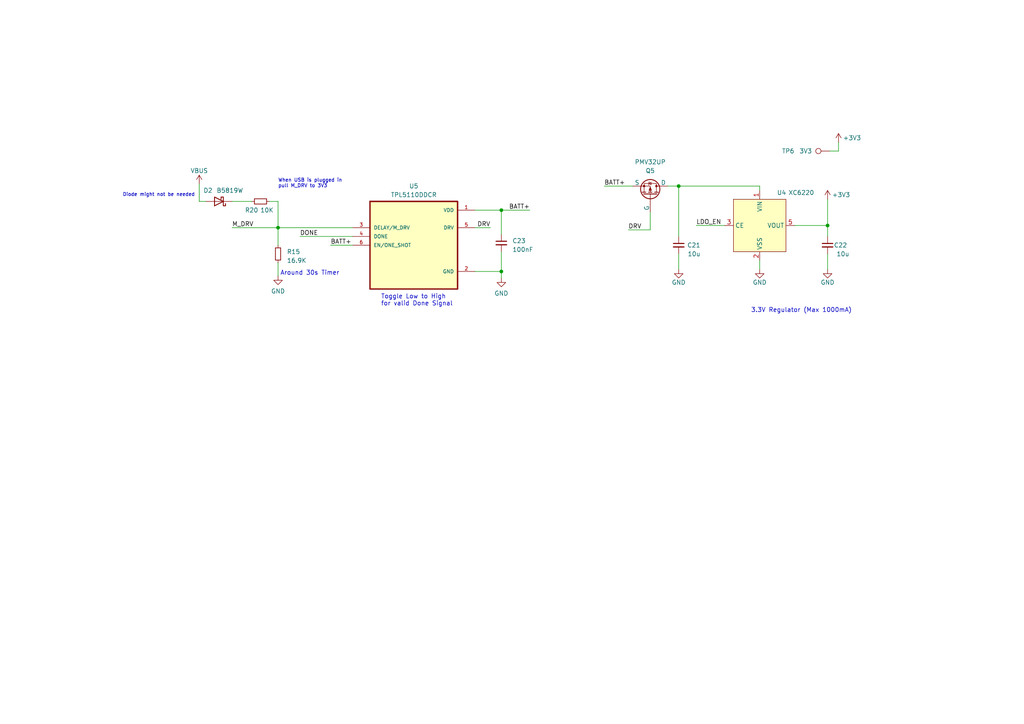
<source format=kicad_sch>
(kicad_sch (version 20230121) (generator eeschema)

  (uuid aeefe7f9-3137-4c86-87ab-dde28f417ced)

  (paper "A4")

  (lib_symbols
    (symbol "Connector:TestPoint" (pin_numbers hide) (pin_names (offset 0.762) hide) (in_bom yes) (on_board yes)
      (property "Reference" "TP" (at 0 6.858 0)
        (effects (font (size 1.27 1.27)))
      )
      (property "Value" "TestPoint" (at 0 5.08 0)
        (effects (font (size 1.27 1.27)))
      )
      (property "Footprint" "" (at 5.08 0 0)
        (effects (font (size 1.27 1.27)) hide)
      )
      (property "Datasheet" "~" (at 5.08 0 0)
        (effects (font (size 1.27 1.27)) hide)
      )
      (property "ki_keywords" "test point tp" (at 0 0 0)
        (effects (font (size 1.27 1.27)) hide)
      )
      (property "ki_description" "test point" (at 0 0 0)
        (effects (font (size 1.27 1.27)) hide)
      )
      (property "ki_fp_filters" "Pin* Test*" (at 0 0 0)
        (effects (font (size 1.27 1.27)) hide)
      )
      (symbol "TestPoint_0_1"
        (circle (center 0 3.302) (radius 0.762)
          (stroke (width 0) (type default))
          (fill (type none))
        )
      )
      (symbol "TestPoint_1_1"
        (pin passive line (at 0 0 90) (length 2.54)
          (name "1" (effects (font (size 1.27 1.27))))
          (number "1" (effects (font (size 1.27 1.27))))
        )
      )
    )
    (symbol "Device:C_Small" (pin_numbers hide) (pin_names (offset 0.254) hide) (in_bom yes) (on_board yes)
      (property "Reference" "C" (at 0.254 1.778 0)
        (effects (font (size 1.27 1.27)) (justify left))
      )
      (property "Value" "C_Small" (at 0.254 -2.032 0)
        (effects (font (size 1.27 1.27)) (justify left))
      )
      (property "Footprint" "" (at 0 0 0)
        (effects (font (size 1.27 1.27)) hide)
      )
      (property "Datasheet" "~" (at 0 0 0)
        (effects (font (size 1.27 1.27)) hide)
      )
      (property "ki_keywords" "capacitor cap" (at 0 0 0)
        (effects (font (size 1.27 1.27)) hide)
      )
      (property "ki_description" "Unpolarized capacitor, small symbol" (at 0 0 0)
        (effects (font (size 1.27 1.27)) hide)
      )
      (property "ki_fp_filters" "C_*" (at 0 0 0)
        (effects (font (size 1.27 1.27)) hide)
      )
      (symbol "C_Small_0_1"
        (polyline
          (pts
            (xy -1.524 -0.508)
            (xy 1.524 -0.508)
          )
          (stroke (width 0.3302) (type default))
          (fill (type none))
        )
        (polyline
          (pts
            (xy -1.524 0.508)
            (xy 1.524 0.508)
          )
          (stroke (width 0.3048) (type default))
          (fill (type none))
        )
      )
      (symbol "C_Small_1_1"
        (pin passive line (at 0 2.54 270) (length 2.032)
          (name "~" (effects (font (size 1.27 1.27))))
          (number "1" (effects (font (size 1.27 1.27))))
        )
        (pin passive line (at 0 -2.54 90) (length 2.032)
          (name "~" (effects (font (size 1.27 1.27))))
          (number "2" (effects (font (size 1.27 1.27))))
        )
      )
    )
    (symbol "Device:R_Small" (pin_numbers hide) (pin_names (offset 0.254) hide) (in_bom yes) (on_board yes)
      (property "Reference" "R" (at 0.762 0.508 0)
        (effects (font (size 1.27 1.27)) (justify left))
      )
      (property "Value" "R_Small" (at 0.762 -1.016 0)
        (effects (font (size 1.27 1.27)) (justify left))
      )
      (property "Footprint" "" (at 0 0 0)
        (effects (font (size 1.27 1.27)) hide)
      )
      (property "Datasheet" "~" (at 0 0 0)
        (effects (font (size 1.27 1.27)) hide)
      )
      (property "ki_keywords" "R resistor" (at 0 0 0)
        (effects (font (size 1.27 1.27)) hide)
      )
      (property "ki_description" "Resistor, small symbol" (at 0 0 0)
        (effects (font (size 1.27 1.27)) hide)
      )
      (property "ki_fp_filters" "R_*" (at 0 0 0)
        (effects (font (size 1.27 1.27)) hide)
      )
      (symbol "R_Small_0_1"
        (rectangle (start -0.762 1.778) (end 0.762 -1.778)
          (stroke (width 0.2032) (type default))
          (fill (type none))
        )
      )
      (symbol "R_Small_1_1"
        (pin passive line (at 0 2.54 270) (length 0.762)
          (name "~" (effects (font (size 1.27 1.27))))
          (number "1" (effects (font (size 1.27 1.27))))
        )
        (pin passive line (at 0 -2.54 90) (length 0.762)
          (name "~" (effects (font (size 1.27 1.27))))
          (number "2" (effects (font (size 1.27 1.27))))
        )
      )
    )
    (symbol "Diode:MBR0540" (pin_numbers hide) (pin_names (offset 1.016) hide) (in_bom yes) (on_board yes)
      (property "Reference" "D" (at 0 2.54 0)
        (effects (font (size 1.27 1.27)))
      )
      (property "Value" "MBR0540" (at 0 -2.54 0)
        (effects (font (size 1.27 1.27)))
      )
      (property "Footprint" "Diode_SMD:D_SOD-123" (at 0 -4.445 0)
        (effects (font (size 1.27 1.27)) hide)
      )
      (property "Datasheet" "http://www.mccsemi.com/up_pdf/MBR0520~MBR0580(SOD123).pdf" (at 0 0 0)
        (effects (font (size 1.27 1.27)) hide)
      )
      (property "ki_keywords" "diode Schottky" (at 0 0 0)
        (effects (font (size 1.27 1.27)) hide)
      )
      (property "ki_description" "40V 0.5A Schottky Power Rectifier Diode, SOD-123" (at 0 0 0)
        (effects (font (size 1.27 1.27)) hide)
      )
      (property "ki_fp_filters" "D*SOD?123*" (at 0 0 0)
        (effects (font (size 1.27 1.27)) hide)
      )
      (symbol "MBR0540_0_1"
        (polyline
          (pts
            (xy 1.27 0)
            (xy -1.27 0)
          )
          (stroke (width 0) (type default))
          (fill (type none))
        )
        (polyline
          (pts
            (xy 1.27 1.27)
            (xy 1.27 -1.27)
            (xy -1.27 0)
            (xy 1.27 1.27)
          )
          (stroke (width 0.254) (type default))
          (fill (type none))
        )
        (polyline
          (pts
            (xy -1.905 0.635)
            (xy -1.905 1.27)
            (xy -1.27 1.27)
            (xy -1.27 -1.27)
            (xy -0.635 -1.27)
            (xy -0.635 -0.635)
          )
          (stroke (width 0.254) (type default))
          (fill (type none))
        )
      )
      (symbol "MBR0540_1_1"
        (pin passive line (at -3.81 0 0) (length 2.54)
          (name "K" (effects (font (size 1.27 1.27))))
          (number "1" (effects (font (size 1.27 1.27))))
        )
        (pin passive line (at 3.81 0 180) (length 2.54)
          (name "A" (effects (font (size 1.27 1.27))))
          (number "2" (effects (font (size 1.27 1.27))))
        )
      )
    )
    (symbol "Simulation_SPICE:PMOS" (pin_numbers hide) (pin_names (offset 0)) (in_bom yes) (on_board yes)
      (property "Reference" "Q" (at 5.08 1.27 0)
        (effects (font (size 1.27 1.27)) (justify left))
      )
      (property "Value" "PMOS" (at 5.08 -1.27 0)
        (effects (font (size 1.27 1.27)) (justify left))
      )
      (property "Footprint" "" (at 5.08 2.54 0)
        (effects (font (size 1.27 1.27)) hide)
      )
      (property "Datasheet" "https://ngspice.sourceforge.io/docs/ngspice-manual.pdf" (at 0 -12.7 0)
        (effects (font (size 1.27 1.27)) hide)
      )
      (property "Sim.Device" "PMOS" (at 0 -17.145 0)
        (effects (font (size 1.27 1.27)) hide)
      )
      (property "Sim.Type" "VDMOS" (at 0 -19.05 0)
        (effects (font (size 1.27 1.27)) hide)
      )
      (property "Sim.Pins" "1=D 2=G 3=S" (at 0 -15.24 0)
        (effects (font (size 1.27 1.27)) hide)
      )
      (property "ki_keywords" "transistor PMOS P-MOS P-MOSFET simulation" (at 0 0 0)
        (effects (font (size 1.27 1.27)) hide)
      )
      (property "ki_description" "P-MOSFET transistor, drain/source/gate" (at 0 0 0)
        (effects (font (size 1.27 1.27)) hide)
      )
      (symbol "PMOS_0_1"
        (polyline
          (pts
            (xy 0.254 0)
            (xy -2.54 0)
          )
          (stroke (width 0) (type default))
          (fill (type none))
        )
        (polyline
          (pts
            (xy 0.254 1.905)
            (xy 0.254 -1.905)
          )
          (stroke (width 0.254) (type default))
          (fill (type none))
        )
        (polyline
          (pts
            (xy 0.762 -1.27)
            (xy 0.762 -2.286)
          )
          (stroke (width 0.254) (type default))
          (fill (type none))
        )
        (polyline
          (pts
            (xy 0.762 0.508)
            (xy 0.762 -0.508)
          )
          (stroke (width 0.254) (type default))
          (fill (type none))
        )
        (polyline
          (pts
            (xy 0.762 2.286)
            (xy 0.762 1.27)
          )
          (stroke (width 0.254) (type default))
          (fill (type none))
        )
        (polyline
          (pts
            (xy 2.54 2.54)
            (xy 2.54 1.778)
          )
          (stroke (width 0) (type default))
          (fill (type none))
        )
        (polyline
          (pts
            (xy 2.54 -2.54)
            (xy 2.54 0)
            (xy 0.762 0)
          )
          (stroke (width 0) (type default))
          (fill (type none))
        )
        (polyline
          (pts
            (xy 0.762 1.778)
            (xy 3.302 1.778)
            (xy 3.302 -1.778)
            (xy 0.762 -1.778)
          )
          (stroke (width 0) (type default))
          (fill (type none))
        )
        (polyline
          (pts
            (xy 2.286 0)
            (xy 1.27 0.381)
            (xy 1.27 -0.381)
            (xy 2.286 0)
          )
          (stroke (width 0) (type default))
          (fill (type outline))
        )
        (polyline
          (pts
            (xy 2.794 -0.508)
            (xy 2.921 -0.381)
            (xy 3.683 -0.381)
            (xy 3.81 -0.254)
          )
          (stroke (width 0) (type default))
          (fill (type none))
        )
        (polyline
          (pts
            (xy 3.302 -0.381)
            (xy 2.921 0.254)
            (xy 3.683 0.254)
            (xy 3.302 -0.381)
          )
          (stroke (width 0) (type default))
          (fill (type none))
        )
        (circle (center 1.651 0) (radius 2.794)
          (stroke (width 0.254) (type default))
          (fill (type none))
        )
        (circle (center 2.54 -1.778) (radius 0.254)
          (stroke (width 0) (type default))
          (fill (type outline))
        )
        (circle (center 2.54 1.778) (radius 0.254)
          (stroke (width 0) (type default))
          (fill (type outline))
        )
      )
      (symbol "PMOS_1_1"
        (pin passive line (at 2.54 5.08 270) (length 2.54)
          (name "D" (effects (font (size 1.27 1.27))))
          (number "1" (effects (font (size 1.27 1.27))))
        )
        (pin input line (at -5.08 0 0) (length 2.54)
          (name "G" (effects (font (size 1.27 1.27))))
          (number "2" (effects (font (size 1.27 1.27))))
        )
        (pin passive line (at 2.54 -5.08 90) (length 2.54)
          (name "S" (effects (font (size 1.27 1.27))))
          (number "3" (effects (font (size 1.27 1.27))))
        )
      )
    )
    (symbol "Teapot:XC6220" (in_bom yes) (on_board yes)
      (property "Reference" "U" (at 7.62 1.27 0)
        (effects (font (size 1.27 1.27)))
      )
      (property "Value" "XC6220" (at -8.89 1.27 0)
        (effects (font (size 1.27 1.27)))
      )
      (property "Footprint" "Package_TO_SOT_SMD:SOT-23-5_HandSoldering" (at 0 -29.21 0)
        (effects (font (size 1.27 1.27)) hide)
      )
      (property "Datasheet" "https://www.torexsemi.com/file/xc6220/XC6220.pdf" (at 0 -31.75 0)
        (effects (font (size 1.27 1.27)) hide)
      )
      (property "ki_description" "1A LDO Voltage Regulator with “Green Operation\"" (at 0 0 0)
        (effects (font (size 1.27 1.27)) hide)
      )
      (symbol "XC6220_0_1"
        (rectangle (start -7.62 0) (end 7.62 -15.24)
          (stroke (width 0) (type default))
          (fill (type background))
        )
      )
      (symbol "XC6220_1_1"
        (pin power_in line (at 0 2.54 270) (length 2.54)
          (name "VIN" (effects (font (size 1.27 1.27))))
          (number "1" (effects (font (size 1.27 1.27))))
        )
        (pin power_in line (at 0 -17.78 90) (length 2.54)
          (name "VSS" (effects (font (size 1.27 1.27))))
          (number "2" (effects (font (size 1.27 1.27))))
        )
        (pin input line (at -10.16 -7.62 0) (length 2.54)
          (name "CE" (effects (font (size 1.27 1.27))))
          (number "3" (effects (font (size 1.27 1.27))))
        )
        (pin power_out line (at 10.16 -7.62 180) (length 2.54)
          (name "VOUT" (effects (font (size 1.27 1.27))))
          (number "5" (effects (font (size 1.27 1.27))))
        )
      )
    )
    (symbol "cwlr1a:TPL5110DDCR" (pin_names (offset 1.016)) (in_bom yes) (on_board yes)
      (property "Reference" "U" (at -12.7 13.7 0)
        (effects (font (size 1.27 1.27)) (justify left bottom))
      )
      (property "Value" "TPL5110DDCR" (at -12.7 -16.7 0)
        (effects (font (size 1.27 1.27)) (justify left bottom))
      )
      (property "Footprint" "SOT95P280X110-6N" (at 0 0 0)
        (effects (font (size 1.27 1.27)) (justify bottom) hide)
      )
      (property "Datasheet" "" (at 0 0 0)
        (effects (font (size 1.27 1.27)) hide)
      )
      (symbol "TPL5110DDCR_0_0"
        (rectangle (start -12.7 -12.7) (end 12.7 12.7)
          (stroke (width 0.41) (type default))
          (fill (type background))
        )
        (pin power_in line (at 17.78 10.16 180) (length 5.08)
          (name "VDD" (effects (font (size 1.016 1.016))))
          (number "1" (effects (font (size 1.016 1.016))))
        )
        (pin power_in line (at 17.78 -7.62 180) (length 5.08)
          (name "GND" (effects (font (size 1.016 1.016))))
          (number "2" (effects (font (size 1.016 1.016))))
        )
        (pin input line (at -17.78 5.08 0) (length 5.08)
          (name "DELAY/M_DRV" (effects (font (size 1.016 1.016))))
          (number "3" (effects (font (size 1.016 1.016))))
        )
        (pin input line (at -17.78 2.54 0) (length 5.08)
          (name "DONE" (effects (font (size 1.016 1.016))))
          (number "4" (effects (font (size 1.016 1.016))))
        )
        (pin output line (at 17.78 5.08 180) (length 5.08)
          (name "DRV" (effects (font (size 1.016 1.016))))
          (number "5" (effects (font (size 1.016 1.016))))
        )
        (pin input line (at -17.78 0 0) (length 5.08)
          (name "EN/ONE_SHOT" (effects (font (size 1.016 1.016))))
          (number "6" (effects (font (size 1.016 1.016))))
        )
      )
    )
    (symbol "power:+3V3" (power) (pin_names (offset 0)) (in_bom yes) (on_board yes)
      (property "Reference" "#PWR" (at 0 -3.81 0)
        (effects (font (size 1.27 1.27)) hide)
      )
      (property "Value" "+3V3" (at 0 3.556 0)
        (effects (font (size 1.27 1.27)))
      )
      (property "Footprint" "" (at 0 0 0)
        (effects (font (size 1.27 1.27)) hide)
      )
      (property "Datasheet" "" (at 0 0 0)
        (effects (font (size 1.27 1.27)) hide)
      )
      (property "ki_keywords" "power-flag" (at 0 0 0)
        (effects (font (size 1.27 1.27)) hide)
      )
      (property "ki_description" "Power symbol creates a global label with name \"+3V3\"" (at 0 0 0)
        (effects (font (size 1.27 1.27)) hide)
      )
      (symbol "+3V3_0_1"
        (polyline
          (pts
            (xy -0.762 1.27)
            (xy 0 2.54)
          )
          (stroke (width 0) (type default))
          (fill (type none))
        )
        (polyline
          (pts
            (xy 0 0)
            (xy 0 2.54)
          )
          (stroke (width 0) (type default))
          (fill (type none))
        )
        (polyline
          (pts
            (xy 0 2.54)
            (xy 0.762 1.27)
          )
          (stroke (width 0) (type default))
          (fill (type none))
        )
      )
      (symbol "+3V3_1_1"
        (pin power_in line (at 0 0 90) (length 0) hide
          (name "+3V3" (effects (font (size 1.27 1.27))))
          (number "1" (effects (font (size 1.27 1.27))))
        )
      )
    )
    (symbol "power:GND" (power) (pin_names (offset 0)) (in_bom yes) (on_board yes)
      (property "Reference" "#PWR" (at 0 -6.35 0)
        (effects (font (size 1.27 1.27)) hide)
      )
      (property "Value" "GND" (at 0 -3.81 0)
        (effects (font (size 1.27 1.27)))
      )
      (property "Footprint" "" (at 0 0 0)
        (effects (font (size 1.27 1.27)) hide)
      )
      (property "Datasheet" "" (at 0 0 0)
        (effects (font (size 1.27 1.27)) hide)
      )
      (property "ki_keywords" "power-flag" (at 0 0 0)
        (effects (font (size 1.27 1.27)) hide)
      )
      (property "ki_description" "Power symbol creates a global label with name \"GND\" , ground" (at 0 0 0)
        (effects (font (size 1.27 1.27)) hide)
      )
      (symbol "GND_0_1"
        (polyline
          (pts
            (xy 0 0)
            (xy 0 -1.27)
            (xy 1.27 -1.27)
            (xy 0 -2.54)
            (xy -1.27 -1.27)
            (xy 0 -1.27)
          )
          (stroke (width 0) (type default))
          (fill (type none))
        )
      )
      (symbol "GND_1_1"
        (pin power_in line (at 0 0 270) (length 0) hide
          (name "GND" (effects (font (size 1.27 1.27))))
          (number "1" (effects (font (size 1.27 1.27))))
        )
      )
    )
    (symbol "power:VBUS" (power) (pin_names (offset 0)) (in_bom yes) (on_board yes)
      (property "Reference" "#PWR" (at 0 -3.81 0)
        (effects (font (size 1.27 1.27)) hide)
      )
      (property "Value" "VBUS" (at 0 3.81 0)
        (effects (font (size 1.27 1.27)))
      )
      (property "Footprint" "" (at 0 0 0)
        (effects (font (size 1.27 1.27)) hide)
      )
      (property "Datasheet" "" (at 0 0 0)
        (effects (font (size 1.27 1.27)) hide)
      )
      (property "ki_keywords" "power-flag" (at 0 0 0)
        (effects (font (size 1.27 1.27)) hide)
      )
      (property "ki_description" "Power symbol creates a global label with name \"VBUS\"" (at 0 0 0)
        (effects (font (size 1.27 1.27)) hide)
      )
      (symbol "VBUS_0_1"
        (polyline
          (pts
            (xy -0.762 1.27)
            (xy 0 2.54)
          )
          (stroke (width 0) (type default))
          (fill (type none))
        )
        (polyline
          (pts
            (xy 0 0)
            (xy 0 2.54)
          )
          (stroke (width 0) (type default))
          (fill (type none))
        )
        (polyline
          (pts
            (xy 0 2.54)
            (xy 0.762 1.27)
          )
          (stroke (width 0) (type default))
          (fill (type none))
        )
      )
      (symbol "VBUS_1_1"
        (pin power_in line (at 0 0 90) (length 0) hide
          (name "VBUS" (effects (font (size 1.27 1.27))))
          (number "1" (effects (font (size 1.27 1.27))))
        )
      )
    )
  )

  (junction (at 196.85 53.975) (diameter 0) (color 0 0 0 0)
    (uuid 2754c9c2-bf8d-4321-a25d-b4414b717675)
  )
  (junction (at 80.645 66.04) (diameter 0) (color 0 0 0 0)
    (uuid 5c119d4b-9934-4615-a2f2-9a5c21448790)
  )
  (junction (at 145.415 78.74) (diameter 0) (color 0 0 0 0)
    (uuid c4d6d2ff-c459-48b4-aae7-63d7d9db4936)
  )
  (junction (at 240.03 65.405) (diameter 0) (color 0 0 0 0)
    (uuid cd96094d-ec27-441b-858f-2f2af605bf6a)
  )
  (junction (at 145.415 60.96) (diameter 0) (color 0 0 0 0)
    (uuid f6030f67-8848-4076-8f26-d9a5d1ee0bac)
  )

  (wire (pts (xy 80.645 58.42) (xy 80.645 66.04))
    (stroke (width 0) (type default))
    (uuid 029c9e22-2776-4e0e-8eb5-788ed682f682)
  )
  (wire (pts (xy 240.03 65.405) (xy 240.03 68.58))
    (stroke (width 0) (type default))
    (uuid 05987739-318d-4b44-b918-177f5c62fc07)
  )
  (wire (pts (xy 196.85 53.975) (xy 220.345 53.975))
    (stroke (width 0) (type default))
    (uuid 09229be4-25ef-42bd-b94e-0a94aafab135)
  )
  (wire (pts (xy 145.415 60.96) (xy 145.415 67.945))
    (stroke (width 0) (type default))
    (uuid 0aff5c18-0a67-4040-adff-c58c0b49035f)
  )
  (wire (pts (xy 78.105 58.42) (xy 80.645 58.42))
    (stroke (width 0) (type default))
    (uuid 0ebb1bbd-3e73-4458-b39b-d55e2a1a4631)
  )
  (wire (pts (xy 196.85 53.975) (xy 196.85 68.58))
    (stroke (width 0) (type default))
    (uuid 27009c4e-a8dc-4910-aa70-0d4737a60518)
  )
  (wire (pts (xy 145.415 78.74) (xy 145.415 80.645))
    (stroke (width 0) (type default))
    (uuid 2b2f2c11-e1b1-4fd1-9af2-9ccfad57fbda)
  )
  (wire (pts (xy 240.03 73.66) (xy 240.03 78.105))
    (stroke (width 0) (type default))
    (uuid 30014a95-2eba-496c-b218-6f4f57fbd58f)
  )
  (wire (pts (xy 95.885 71.12) (xy 102.235 71.12))
    (stroke (width 0) (type default))
    (uuid 343a112f-28c9-498e-ade0-3522d7a8ef4f)
  )
  (wire (pts (xy 188.595 61.595) (xy 188.595 66.675))
    (stroke (width 0) (type default))
    (uuid 3a748867-7715-4d5f-b051-3837283becd4)
  )
  (wire (pts (xy 243.205 43.815) (xy 243.205 41.275))
    (stroke (width 0) (type default))
    (uuid 3e50a8e9-e444-4cd1-9111-eeb0d95d2bc0)
  )
  (wire (pts (xy 59.69 58.42) (xy 57.785 58.42))
    (stroke (width 0) (type default))
    (uuid 4b022a1c-e39b-418d-b0a3-8d4214bb6ada)
  )
  (wire (pts (xy 67.31 58.42) (xy 73.025 58.42))
    (stroke (width 0) (type default))
    (uuid 676635c0-960a-443c-b89d-c8f35b414ceb)
  )
  (wire (pts (xy 193.675 53.975) (xy 196.85 53.975))
    (stroke (width 0) (type default))
    (uuid 745a74f8-1f47-4ea0-a09a-6e4e05115bb5)
  )
  (wire (pts (xy 153.67 60.96) (xy 145.415 60.96))
    (stroke (width 0) (type default))
    (uuid 76c7d231-5101-4a31-9e3e-75e14d74de99)
  )
  (wire (pts (xy 137.795 66.04) (xy 142.24 66.04))
    (stroke (width 0) (type default))
    (uuid 7a498910-8681-4e38-a80c-bc51834b4b88)
  )
  (wire (pts (xy 137.795 78.74) (xy 145.415 78.74))
    (stroke (width 0) (type default))
    (uuid 7aff47e4-b0c0-4da5-b44d-99112fcdaa92)
  )
  (wire (pts (xy 220.345 75.565) (xy 220.345 78.105))
    (stroke (width 0) (type default))
    (uuid 7b691d54-182e-4934-8a21-8b9ca9ea2fab)
  )
  (wire (pts (xy 230.505 65.405) (xy 240.03 65.405))
    (stroke (width 0) (type default))
    (uuid 82cebca7-4309-4c04-bbc4-0dcd762bc03d)
  )
  (wire (pts (xy 182.245 66.675) (xy 188.595 66.675))
    (stroke (width 0) (type default))
    (uuid 83567402-3ea9-4215-a8a4-393be639950f)
  )
  (wire (pts (xy 86.995 68.58) (xy 102.235 68.58))
    (stroke (width 0) (type default))
    (uuid 861613e8-23a7-425b-909f-91b2d9f9ddbb)
  )
  (wire (pts (xy 240.03 57.785) (xy 240.03 65.405))
    (stroke (width 0) (type default))
    (uuid 9674c34a-8f98-484e-b329-09bd26e53499)
  )
  (wire (pts (xy 57.785 53.34) (xy 57.785 58.42))
    (stroke (width 0) (type default))
    (uuid 98c055e3-d953-4e8d-b15b-7bfb12301707)
  )
  (wire (pts (xy 80.645 76.2) (xy 80.645 80.01))
    (stroke (width 0) (type default))
    (uuid 9c596a29-10d4-41a2-b329-8e2f7ea3f9bc)
  )
  (wire (pts (xy 240.665 43.815) (xy 243.205 43.815))
    (stroke (width 0) (type default))
    (uuid a72f419c-ff4a-4e6b-b9d5-84ded2953242)
  )
  (wire (pts (xy 201.93 65.405) (xy 210.185 65.405))
    (stroke (width 0) (type default))
    (uuid ad5fb6e0-ce62-400e-9008-530e9b8c8d3c)
  )
  (wire (pts (xy 145.415 73.025) (xy 145.415 78.74))
    (stroke (width 0) (type default))
    (uuid c09ac503-c392-4b3d-969d-a031cdff4901)
  )
  (wire (pts (xy 145.415 60.96) (xy 137.795 60.96))
    (stroke (width 0) (type default))
    (uuid cb8c1a5f-855a-4dc4-abc1-24154b69491a)
  )
  (wire (pts (xy 67.31 66.04) (xy 80.645 66.04))
    (stroke (width 0) (type default))
    (uuid ccb23425-f6ff-4006-b481-55f871294485)
  )
  (wire (pts (xy 220.345 53.975) (xy 220.345 55.245))
    (stroke (width 0) (type default))
    (uuid d7407844-8e97-4641-8d2f-bb173b9af525)
  )
  (wire (pts (xy 196.85 73.66) (xy 196.85 78.105))
    (stroke (width 0) (type default))
    (uuid ee0ec787-3929-4a13-a952-ff42d3848ff3)
  )
  (wire (pts (xy 80.645 66.04) (xy 80.645 71.12))
    (stroke (width 0) (type default))
    (uuid f0e0ee9f-a755-415f-a9f2-c13a358c785d)
  )
  (wire (pts (xy 80.645 66.04) (xy 102.235 66.04))
    (stroke (width 0) (type default))
    (uuid fad98e31-955c-4dac-aa4b-172b404dce4f)
  )
  (wire (pts (xy 175.26 53.975) (xy 183.515 53.975))
    (stroke (width 0) (type default))
    (uuid fc0c60e4-aac5-41b7-aa73-2c3eac398325)
  )

  (text "3.3V Regulator (Max 1000mA)" (at 217.805 90.805 0)
    (effects (font (size 1.27 1.27)) (justify left bottom))
    (uuid 15417723-0493-4920-bea3-3b87d22f2f63)
  )
  (text "When USB is plugged in\npull M_DRV to 3V3" (at 80.645 54.61 0)
    (effects (font (size 1 1)) (justify left bottom))
    (uuid 21261b77-71ae-4b6a-80b8-ae5526441e99)
  )
  (text "Around 30s Timer" (at 81.28 80.01 0)
    (effects (font (size 1.27 1.27)) (justify left bottom))
    (uuid 489ed886-c21f-4f5f-9c6a-726f0720eb9a)
  )
  (text "Diode might not be needed" (at 35.56 57.15 0)
    (effects (font (size 1 1)) (justify left bottom))
    (uuid eae7c1d5-cdf9-4593-9d05-3902e1018148)
  )
  (text "Toggle Low to High \nfor valid Done Signal" (at 110.49 88.9 0)
    (effects (font (size 1.27 1.27)) (justify left bottom))
    (uuid f4167138-035a-445d-8127-faba1c7361fd)
  )

  (label "BATT+" (at 95.885 71.12 0) (fields_autoplaced)
    (effects (font (size 1.27 1.27)) (justify left bottom))
    (uuid 23c0b9a9-36ed-461d-a502-100a726adca2)
  )
  (label "M_DRV" (at 67.31 66.04 0) (fields_autoplaced)
    (effects (font (size 1.27 1.27)) (justify left bottom))
    (uuid 2c1fdb48-0c91-4de0-8873-bb45109e6e69)
  )
  (label "DRV" (at 182.245 66.675 0) (fields_autoplaced)
    (effects (font (size 1.27 1.27)) (justify left bottom))
    (uuid 40bd7c92-3c9d-4e64-995d-e23728e80a0d)
  )
  (label "DRV" (at 142.24 66.04 180) (fields_autoplaced)
    (effects (font (size 1.27 1.27)) (justify right bottom))
    (uuid 47f433a9-79ed-4239-b0ea-22ccd0753c0e)
  )
  (label "BATT+" (at 175.26 53.975 0) (fields_autoplaced)
    (effects (font (size 1.27 1.27)) (justify left bottom))
    (uuid 54fa296e-2eb7-4120-a204-468b71bd620e)
  )
  (label "BATT+" (at 153.67 60.96 180) (fields_autoplaced)
    (effects (font (size 1.27 1.27)) (justify right bottom))
    (uuid 88d18927-93bb-4278-af73-5495338b82be)
  )
  (label "DONE" (at 86.995 68.58 0) (fields_autoplaced)
    (effects (font (size 1.27 1.27)) (justify left bottom))
    (uuid e909898a-09f8-45a5-aeb1-4d1453499dbd)
  )
  (label "LDO_EN" (at 201.93 65.405 0) (fields_autoplaced)
    (effects (font (size 1.27 1.27)) (justify left bottom))
    (uuid feb1fd7b-52dd-4453-ab13-d9fd0c410429)
  )

  (symbol (lib_id "power:GND") (at 196.85 78.105 0) (unit 1)
    (in_bom yes) (on_board yes) (dnp no)
    (uuid 1151f414-64df-45ba-82c9-443420447010)
    (property "Reference" "#PWR045" (at 196.85 84.455 0)
      (effects (font (size 1.27 1.27)) hide)
    )
    (property "Value" "GND" (at 196.85 81.915 0)
      (effects (font (size 1.27 1.27)))
    )
    (property "Footprint" "" (at 196.85 78.105 0)
      (effects (font (size 1.27 1.27)) hide)
    )
    (property "Datasheet" "" (at 196.85 78.105 0)
      (effects (font (size 1.27 1.27)) hide)
    )
    (pin "1" (uuid c49683bd-9464-4073-aedd-308f8d484d78))
    (instances
      (project "plantpal"
        (path "/59b4123e-c7be-466b-a5db-658b8f0c1171"
          (reference "#PWR045") (unit 1)
        )
        (path "/59b4123e-c7be-466b-a5db-658b8f0c1171/0bc89df9-c404-42cc-aab4-4237df7294d4"
          (reference "#PWR040") (unit 1)
        )
      )
      (project "bwlr1e"
        (path "/630c8da6-5464-4eef-824d-89618087f4b4"
          (reference "#PWR0117") (unit 1)
        )
      )
    )
  )

  (symbol (lib_id "power:+3V3") (at 243.205 41.275 0) (mirror y) (unit 1)
    (in_bom yes) (on_board yes) (dnp no)
    (uuid 144c7186-8ee6-4108-8eae-65bf2fcd7e33)
    (property "Reference" "#PWR049" (at 243.205 45.085 0)
      (effects (font (size 1.27 1.27)) hide)
    )
    (property "Value" "+3V3" (at 244.475 40.005 0)
      (effects (font (size 1.27 1.27)) (justify right))
    )
    (property "Footprint" "" (at 243.205 41.275 0)
      (effects (font (size 1.27 1.27)) hide)
    )
    (property "Datasheet" "" (at 243.205 41.275 0)
      (effects (font (size 1.27 1.27)) hide)
    )
    (pin "1" (uuid fc2dc3af-3470-49cd-b21e-439e96b6391c))
    (instances
      (project "plantpal"
        (path "/59b4123e-c7be-466b-a5db-658b8f0c1171"
          (reference "#PWR049") (unit 1)
        )
        (path "/59b4123e-c7be-466b-a5db-658b8f0c1171/0bc89df9-c404-42cc-aab4-4237df7294d4"
          (reference "#PWR047") (unit 1)
        )
      )
      (project "bwlr1e"
        (path "/630c8da6-5464-4eef-824d-89618087f4b4"
          (reference "#PWR0134") (unit 1)
        )
      )
    )
  )

  (symbol (lib_id "Device:R_Small") (at 80.645 73.66 0) (unit 1)
    (in_bom yes) (on_board yes) (dnp no)
    (uuid 2f738e9a-5f60-4464-8cde-5c179c022f86)
    (property "Reference" "R15" (at 83.185 73.025 0)
      (effects (font (size 1.27 1.27)) (justify left))
    )
    (property "Value" "16.9K" (at 83.185 75.565 0)
      (effects (font (size 1.27 1.27)) (justify left))
    )
    (property "Footprint" "Resistor_SMD:R_0402_1005Metric" (at 80.645 73.66 0)
      (effects (font (size 1.27 1.27)) hide)
    )
    (property "Datasheet" "~" (at 80.645 73.66 0)
      (effects (font (size 1.27 1.27)) hide)
    )
    (pin "1" (uuid 6ac8e4c3-2bfd-4127-8581-e49f7a9305f4))
    (pin "2" (uuid 4d6107d0-e0eb-4f81-b479-b3310e300244))
    (instances
      (project "plantpal"
        (path "/59b4123e-c7be-466b-a5db-658b8f0c1171"
          (reference "R15") (unit 1)
        )
        (path "/59b4123e-c7be-466b-a5db-658b8f0c1171/0bc89df9-c404-42cc-aab4-4237df7294d4"
          (reference "R10") (unit 1)
        )
      )
      (project "cwlr1a"
        (path "/7b840fb1-9a2f-4853-9d9a-85bf1e1432ed"
          (reference "R10") (unit 1)
        )
      )
    )
  )

  (symbol (lib_id "Device:R_Small") (at 75.565 58.42 90) (mirror x) (unit 1)
    (in_bom yes) (on_board yes) (dnp no)
    (uuid 32e56a78-4b5b-42b8-9817-372420608bc7)
    (property "Reference" "R20" (at 74.93 60.96 90)
      (effects (font (size 1.27 1.27)) (justify left))
    )
    (property "Value" "10K" (at 79.375 60.96 90)
      (effects (font (size 1.27 1.27)) (justify left))
    )
    (property "Footprint" "Resistor_SMD:R_0402_1005Metric" (at 75.565 58.42 0)
      (effects (font (size 1.27 1.27)) hide)
    )
    (property "Datasheet" "~" (at 75.565 58.42 0)
      (effects (font (size 1.27 1.27)) hide)
    )
    (pin "1" (uuid aa4fb668-0294-4f9c-94cf-783730f4f5c7))
    (pin "2" (uuid b83cf781-5cea-44a3-84f5-3c85558ddade))
    (instances
      (project "plantpal"
        (path "/59b4123e-c7be-466b-a5db-658b8f0c1171"
          (reference "R20") (unit 1)
        )
        (path "/59b4123e-c7be-466b-a5db-658b8f0c1171/0bc89df9-c404-42cc-aab4-4237df7294d4"
          (reference "R9") (unit 1)
        )
      )
      (project "cwlr1a"
        (path "/7b840fb1-9a2f-4853-9d9a-85bf1e1432ed"
          (reference "R10") (unit 1)
        )
      )
    )
  )

  (symbol (lib_id "Device:C_Small") (at 145.415 70.485 0) (unit 1)
    (in_bom yes) (on_board yes) (dnp no) (fields_autoplaced)
    (uuid 3e37e024-c170-40e0-8ec1-ade7151414c4)
    (property "Reference" "C23" (at 148.59 69.8563 0)
      (effects (font (size 1.27 1.27)) (justify left))
    )
    (property "Value" "100nF" (at 148.59 72.3963 0)
      (effects (font (size 1.27 1.27)) (justify left))
    )
    (property "Footprint" "Capacitor_SMD:C_0603_1608Metric" (at 145.415 70.485 0)
      (effects (font (size 1.27 1.27)) hide)
    )
    (property "Datasheet" "~" (at 145.415 70.485 0)
      (effects (font (size 1.27 1.27)) hide)
    )
    (pin "1" (uuid e74d8487-9ff0-43c1-9ec7-e50c3a5de0b6))
    (pin "2" (uuid 64a73ed5-c744-48c9-a019-a4d635b1aa1c))
    (instances
      (project "plantpal"
        (path "/59b4123e-c7be-466b-a5db-658b8f0c1171"
          (reference "C23") (unit 1)
        )
        (path "/59b4123e-c7be-466b-a5db-658b8f0c1171/0bc89df9-c404-42cc-aab4-4237df7294d4"
          (reference "C9") (unit 1)
        )
      )
      (project "cwlr1a"
        (path "/7b840fb1-9a2f-4853-9d9a-85bf1e1432ed"
          (reference "C10") (unit 1)
        )
      )
    )
  )

  (symbol (lib_id "power:GND") (at 240.03 78.105 0) (unit 1)
    (in_bom yes) (on_board yes) (dnp no)
    (uuid 5484f26c-677f-4baf-a9e2-41f61359f313)
    (property "Reference" "#PWR048" (at 240.03 84.455 0)
      (effects (font (size 1.27 1.27)) hide)
    )
    (property "Value" "GND" (at 240.03 81.915 0)
      (effects (font (size 1.27 1.27)))
    )
    (property "Footprint" "" (at 240.03 78.105 0)
      (effects (font (size 1.27 1.27)) hide)
    )
    (property "Datasheet" "" (at 240.03 78.105 0)
      (effects (font (size 1.27 1.27)) hide)
    )
    (pin "1" (uuid 35c4953a-db55-419c-8b06-a41e9d348c04))
    (instances
      (project "plantpal"
        (path "/59b4123e-c7be-466b-a5db-658b8f0c1171"
          (reference "#PWR048") (unit 1)
        )
        (path "/59b4123e-c7be-466b-a5db-658b8f0c1171/0bc89df9-c404-42cc-aab4-4237df7294d4"
          (reference "#PWR046") (unit 1)
        )
      )
      (project "bwlr1e"
        (path "/630c8da6-5464-4eef-824d-89618087f4b4"
          (reference "#PWR0133") (unit 1)
        )
      )
    )
  )

  (symbol (lib_id "Connector:TestPoint") (at 240.665 43.815 90) (unit 1)
    (in_bom yes) (on_board yes) (dnp no)
    (uuid 7294c8df-98da-4aa5-9ba7-38a2667b5233)
    (property "Reference" "TP6" (at 228.6 43.815 90)
      (effects (font (size 1.27 1.27)))
    )
    (property "Value" "3V3" (at 233.68 43.815 90)
      (effects (font (size 1.27 1.27)))
    )
    (property "Footprint" "TestPoint:TestPoint_Pad_D1.5mm" (at 240.665 38.735 0)
      (effects (font (size 1.27 1.27)) hide)
    )
    (property "Datasheet" "~" (at 240.665 38.735 0)
      (effects (font (size 1.27 1.27)) hide)
    )
    (pin "1" (uuid 03698728-18a1-4fb2-822f-5a5718c6e5a8))
    (instances
      (project "plantpal"
        (path "/59b4123e-c7be-466b-a5db-658b8f0c1171"
          (reference "TP6") (unit 1)
        )
        (path "/59b4123e-c7be-466b-a5db-658b8f0c1171/0bc89df9-c404-42cc-aab4-4237df7294d4"
          (reference "TP4") (unit 1)
        )
      )
      (project "bwlr1e"
        (path "/630c8da6-5464-4eef-824d-89618087f4b4"
          (reference "TP8") (unit 1)
        )
      )
    )
  )

  (symbol (lib_id "power:VBUS") (at 57.785 53.34 0) (unit 1)
    (in_bom yes) (on_board yes) (dnp no)
    (uuid 7676a595-e995-4428-9124-c3c5f1a9c867)
    (property "Reference" "#PWR073" (at 57.785 57.15 0)
      (effects (font (size 1.27 1.27)) hide)
    )
    (property "Value" "VBUS" (at 57.785 49.53 0)
      (effects (font (size 1.27 1.27)))
    )
    (property "Footprint" "" (at 57.785 53.34 0)
      (effects (font (size 1.27 1.27)) hide)
    )
    (property "Datasheet" "" (at 57.785 53.34 0)
      (effects (font (size 1.27 1.27)) hide)
    )
    (pin "1" (uuid 1fda4c15-e7f5-4636-ba91-4d41a2136384))
    (instances
      (project "plantpal"
        (path "/59b4123e-c7be-466b-a5db-658b8f0c1171"
          (reference "#PWR073") (unit 1)
        )
        (path "/59b4123e-c7be-466b-a5db-658b8f0c1171/0bc89df9-c404-42cc-aab4-4237df7294d4"
          (reference "#PWR035") (unit 1)
        )
      )
      (project "bwlr1e-prog"
        (path "/630c8da6-5464-4eef-824d-89618087f4b4"
          (reference "#PWR014") (unit 1)
        )
      )
      (project "Penguino-STM32WL-LoRa-E5"
        (path "/c338af29-f8d9-4513-836a-55ed8bfc47d3"
          (reference "#PWR0105") (unit 1)
        )
      )
    )
  )

  (symbol (lib_id "Simulation_SPICE:PMOS") (at 188.595 56.515 270) (mirror x) (unit 1)
    (in_bom yes) (on_board yes) (dnp no)
    (uuid 79a8868b-6e09-4cc8-ba50-f62b30fba62e)
    (property "Reference" "Q5" (at 188.595 49.53 90)
      (effects (font (size 1.27 1.27)))
    )
    (property "Value" "PMV32UP" (at 188.595 46.99 90)
      (effects (font (size 1.27 1.27)))
    )
    (property "Footprint" "Package_TO_SOT_SMD:SOT-23" (at 191.135 51.435 0)
      (effects (font (size 1.27 1.27)) hide)
    )
    (property "Datasheet" "https://ngspice.sourceforge.io/docs/ngspice-manual.pdf" (at 175.895 56.515 0)
      (effects (font (size 1.27 1.27)) hide)
    )
    (property "Sim.Device" "PMOS" (at 171.45 56.515 0)
      (effects (font (size 1.27 1.27)) hide)
    )
    (property "Sim.Type" "VDMOS" (at 169.545 56.515 0)
      (effects (font (size 1.27 1.27)) hide)
    )
    (property "Sim.Pins" "1=D 2=G 3=S" (at 173.355 56.515 0)
      (effects (font (size 1.27 1.27)) hide)
    )
    (pin "1" (uuid f7162ebb-263f-4a3d-b5f6-9cf85c000001))
    (pin "2" (uuid 252abf0f-aa95-453a-ad4b-6930abd5e488))
    (pin "3" (uuid 39116ddd-f949-41cf-9f35-df2cf0bbb81e))
    (instances
      (project "plantpal"
        (path "/59b4123e-c7be-466b-a5db-658b8f0c1171"
          (reference "Q5") (unit 1)
        )
        (path "/59b4123e-c7be-466b-a5db-658b8f0c1171/0bc89df9-c404-42cc-aab4-4237df7294d4"
          (reference "Q4") (unit 1)
        )
      )
      (project "cwlr1a"
        (path "/7b840fb1-9a2f-4853-9d9a-85bf1e1432ed"
          (reference "Q3") (unit 1)
        )
      )
    )
  )

  (symbol (lib_id "power:GND") (at 220.345 78.105 0) (unit 1)
    (in_bom yes) (on_board yes) (dnp no)
    (uuid 87fee1e4-6d1a-45ea-905e-305ad3122ba5)
    (property "Reference" "#PWR046" (at 220.345 84.455 0)
      (effects (font (size 1.27 1.27)) hide)
    )
    (property "Value" "GND" (at 220.345 81.915 0)
      (effects (font (size 1.27 1.27)))
    )
    (property "Footprint" "" (at 220.345 78.105 0)
      (effects (font (size 1.27 1.27)) hide)
    )
    (property "Datasheet" "" (at 220.345 78.105 0)
      (effects (font (size 1.27 1.27)) hide)
    )
    (pin "1" (uuid 6cbbe71e-547d-4c4b-b693-fc4f13cbed25))
    (instances
      (project "plantpal"
        (path "/59b4123e-c7be-466b-a5db-658b8f0c1171"
          (reference "#PWR046") (unit 1)
        )
        (path "/59b4123e-c7be-466b-a5db-658b8f0c1171/0bc89df9-c404-42cc-aab4-4237df7294d4"
          (reference "#PWR042") (unit 1)
        )
      )
      (project "bwlr1e"
        (path "/630c8da6-5464-4eef-824d-89618087f4b4"
          (reference "#PWR0132") (unit 1)
        )
      )
    )
  )

  (symbol (lib_id "Device:C_Small") (at 196.85 71.12 0) (unit 1)
    (in_bom yes) (on_board yes) (dnp no)
    (uuid 92ed5a69-c25d-468b-9656-ad87a17ba938)
    (property "Reference" "C21" (at 203.2 71.12 0)
      (effects (font (size 1.27 1.27)) (justify right))
    )
    (property "Value" "10u" (at 203.2 73.66 0)
      (effects (font (size 1.27 1.27)) (justify right))
    )
    (property "Footprint" "Capacitor_SMD:C_0603_1608Metric_Pad1.08x0.95mm_HandSolder" (at 196.85 71.12 0)
      (effects (font (size 1.27 1.27)) hide)
    )
    (property "Datasheet" "https://product.tdk.com/system/files/dam/doc/product/capacitor/ceramic/mlcc/catalog/mlcc_commercial_general_en.pdf" (at 196.85 71.12 0)
      (effects (font (size 1.27 1.27)) hide)
    )
    (property "Mouser" "https://www.mouser.com/ProductDetail/Murata-Electronics/GRM188R61A226ME15D?qs=eeBpzGFlv%252B8DV%2FrilzyhAw%3D%3D&gclid=Cj0KCQjwn4qWBhCvARIsAFNAMijttFPRtrXWYJjjdc3F7Yr8ZlLfo9gaIVHNlfh9bZOT-ul2jVOpdVYaAk1sEALw_wcB" (at 196.85 71.12 0)
      (effects (font (size 1.27 1.27)) hide)
    )
    (pin "1" (uuid 8d17bdf1-998c-4775-888d-025e343f45df))
    (pin "2" (uuid f129f3f8-8230-4f3f-a28f-d0d7a8bf4164))
    (instances
      (project "plantpal"
        (path "/59b4123e-c7be-466b-a5db-658b8f0c1171"
          (reference "C21") (unit 1)
        )
        (path "/59b4123e-c7be-466b-a5db-658b8f0c1171/0bc89df9-c404-42cc-aab4-4237df7294d4"
          (reference "C8") (unit 1)
        )
      )
      (project "bwlr1e"
        (path "/630c8da6-5464-4eef-824d-89618087f4b4"
          (reference "C13") (unit 1)
        )
      )
    )
  )

  (symbol (lib_id "Diode:MBR0540") (at 63.5 58.42 180) (unit 1)
    (in_bom yes) (on_board yes) (dnp no)
    (uuid 9729e976-423f-477c-99f4-f714135bf1cd)
    (property "Reference" "D2" (at 60.325 55.245 0)
      (effects (font (size 1.27 1.27)))
    )
    (property "Value" "B5819W" (at 66.675 55.245 0)
      (effects (font (size 1.27 1.27)))
    )
    (property "Footprint" "Diode_SMD:D_SOD-123" (at 63.5 53.975 0)
      (effects (font (size 1.27 1.27)) hide)
    )
    (property "Datasheet" "" (at 63.5 58.42 0)
      (effects (font (size 1.27 1.27)) hide)
    )
    (property "Part Description" "0.05mA@40V 0.58V@1A" (at 63.5 58.42 0)
      (effects (font (size 1.27 1.27)) hide)
    )
    (pin "1" (uuid eba3b5b5-da92-43d2-884c-b1c393c64593))
    (pin "2" (uuid 5b0059f4-dbf0-4b91-8d02-f9f10829abdc))
    (instances
      (project "plantpal"
        (path "/59b4123e-c7be-466b-a5db-658b8f0c1171"
          (reference "D2") (unit 1)
        )
        (path "/59b4123e-c7be-466b-a5db-658b8f0c1171/0bc89df9-c404-42cc-aab4-4237df7294d4"
          (reference "D2") (unit 1)
        )
      )
      (project "feather_rak3172"
        (path "/a1545928-1195-40b9-b3c4-78f837012afb"
          (reference "D3") (unit 1)
        )
      )
    )
  )

  (symbol (lib_id "power:GND") (at 145.415 80.645 0) (unit 1)
    (in_bom yes) (on_board yes) (dnp no) (fields_autoplaced)
    (uuid b5a22f64-82e9-4f73-a5ea-def304582ab9)
    (property "Reference" "#PWR050" (at 145.415 86.995 0)
      (effects (font (size 1.27 1.27)) hide)
    )
    (property "Value" "GND" (at 145.415 85.09 0)
      (effects (font (size 1.27 1.27)))
    )
    (property "Footprint" "" (at 145.415 80.645 0)
      (effects (font (size 1.27 1.27)) hide)
    )
    (property "Datasheet" "" (at 145.415 80.645 0)
      (effects (font (size 1.27 1.27)) hide)
    )
    (pin "1" (uuid 9cfb5411-eab7-4757-bf49-91444ac7f861))
    (instances
      (project "plantpal"
        (path "/59b4123e-c7be-466b-a5db-658b8f0c1171"
          (reference "#PWR050") (unit 1)
        )
        (path "/59b4123e-c7be-466b-a5db-658b8f0c1171/0bc89df9-c404-42cc-aab4-4237df7294d4"
          (reference "#PWR044") (unit 1)
        )
      )
      (project "cwlr1a"
        (path "/7b840fb1-9a2f-4853-9d9a-85bf1e1432ed"
          (reference "#PWR041") (unit 1)
        )
      )
    )
  )

  (symbol (lib_id "power:+3V3") (at 240.03 57.785 0) (mirror y) (unit 1)
    (in_bom yes) (on_board yes) (dnp no)
    (uuid c5448fda-4b9a-4b89-acd6-61973b7e20a2)
    (property "Reference" "#PWR047" (at 240.03 61.595 0)
      (effects (font (size 1.27 1.27)) hide)
    )
    (property "Value" "+3V3" (at 241.3 56.515 0)
      (effects (font (size 1.27 1.27)) (justify right))
    )
    (property "Footprint" "" (at 240.03 57.785 0)
      (effects (font (size 1.27 1.27)) hide)
    )
    (property "Datasheet" "" (at 240.03 57.785 0)
      (effects (font (size 1.27 1.27)) hide)
    )
    (pin "1" (uuid 166cc431-59d2-4ad6-aaaa-d7acbcd1a705))
    (instances
      (project "plantpal"
        (path "/59b4123e-c7be-466b-a5db-658b8f0c1171"
          (reference "#PWR047") (unit 1)
        )
        (path "/59b4123e-c7be-466b-a5db-658b8f0c1171/0bc89df9-c404-42cc-aab4-4237df7294d4"
          (reference "#PWR045") (unit 1)
        )
      )
      (project "bwlr1e"
        (path "/630c8da6-5464-4eef-824d-89618087f4b4"
          (reference "#PWR0115") (unit 1)
        )
      )
    )
  )

  (symbol (lib_id "Device:C_Small") (at 240.03 71.12 0) (unit 1)
    (in_bom yes) (on_board yes) (dnp no)
    (uuid ce552912-c5f3-4ea1-969c-b627975cc3fa)
    (property "Reference" "C22" (at 245.745 71.12 0)
      (effects (font (size 1.27 1.27)) (justify right))
    )
    (property "Value" "10u" (at 246.38 73.66 0)
      (effects (font (size 1.27 1.27)) (justify right))
    )
    (property "Footprint" "Capacitor_SMD:C_0603_1608Metric_Pad1.08x0.95mm_HandSolder" (at 240.03 71.12 0)
      (effects (font (size 1.27 1.27)) hide)
    )
    (property "Datasheet" "https://product.tdk.com/system/files/dam/doc/product/capacitor/ceramic/mlcc/catalog/mlcc_commercial_general_en.pdf" (at 240.03 71.12 0)
      (effects (font (size 1.27 1.27)) hide)
    )
    (property "Mouser" "https://www.mouser.com/ProductDetail/Murata-Electronics/GRM188R61A226ME15D?qs=eeBpzGFlv%252B8DV%2FrilzyhAw%3D%3D&gclid=Cj0KCQjwn4qWBhCvARIsAFNAMijttFPRtrXWYJjjdc3F7Yr8ZlLfo9gaIVHNlfh9bZOT-ul2jVOpdVYaAk1sEALw_wcB" (at 240.03 71.12 0)
      (effects (font (size 1.27 1.27)) hide)
    )
    (pin "1" (uuid e0a1a026-0ac4-42ff-b847-d9bd12c98b93))
    (pin "2" (uuid 0f343aa5-efd9-489b-b072-4a806aaccec9))
    (instances
      (project "plantpal"
        (path "/59b4123e-c7be-466b-a5db-658b8f0c1171"
          (reference "C22") (unit 1)
        )
        (path "/59b4123e-c7be-466b-a5db-658b8f0c1171/0bc89df9-c404-42cc-aab4-4237df7294d4"
          (reference "C11") (unit 1)
        )
      )
      (project "bwlr1e"
        (path "/630c8da6-5464-4eef-824d-89618087f4b4"
          (reference "C14") (unit 1)
        )
      )
    )
  )

  (symbol (lib_id "power:GND") (at 80.645 80.01 0) (unit 1)
    (in_bom yes) (on_board yes) (dnp no) (fields_autoplaced)
    (uuid dfcc947b-b11e-46f9-9866-7cfd73e79212)
    (property "Reference" "#PWR044" (at 80.645 86.36 0)
      (effects (font (size 1.27 1.27)) hide)
    )
    (property "Value" "GND" (at 80.645 84.455 0)
      (effects (font (size 1.27 1.27)))
    )
    (property "Footprint" "" (at 80.645 80.01 0)
      (effects (font (size 1.27 1.27)) hide)
    )
    (property "Datasheet" "" (at 80.645 80.01 0)
      (effects (font (size 1.27 1.27)) hide)
    )
    (pin "1" (uuid 0e7085fd-ccd6-41b5-bfba-2d5be6ac46bc))
    (instances
      (project "plantpal"
        (path "/59b4123e-c7be-466b-a5db-658b8f0c1171"
          (reference "#PWR044") (unit 1)
        )
        (path "/59b4123e-c7be-466b-a5db-658b8f0c1171/0bc89df9-c404-42cc-aab4-4237df7294d4"
          (reference "#PWR039") (unit 1)
        )
      )
      (project "cwlr1a"
        (path "/7b840fb1-9a2f-4853-9d9a-85bf1e1432ed"
          (reference "#PWR032") (unit 1)
        )
      )
    )
  )

  (symbol (lib_id "Teapot:XC6220") (at 220.345 57.785 0) (unit 1)
    (in_bom yes) (on_board yes) (dnp no)
    (uuid e5142f7c-1d1d-4d02-a593-a71f4075d411)
    (property "Reference" "U4" (at 226.695 55.88 0)
      (effects (font (size 1.27 1.27)))
    )
    (property "Value" "XC6220" (at 232.41 55.88 0)
      (effects (font (size 1.27 1.27)))
    )
    (property "Footprint" "Package_TO_SOT_SMD:SOT-23-5" (at 220.345 86.995 0)
      (effects (font (size 1.27 1.27)) hide)
    )
    (property "Datasheet" "https://www.mouser.com/datasheet/2/760/TOSL_S_A0009829727_1-2575077.pdf" (at 220.345 89.535 0)
      (effects (font (size 1.27 1.27)) hide)
    )
    (pin "1" (uuid 4fc388a6-82db-4b7d-92c1-51c214aa0eec))
    (pin "2" (uuid 1aaef3c8-4164-4394-8577-fdfe34834748))
    (pin "3" (uuid 1f83e9a5-3100-4ca1-b0ba-f70de9567395))
    (pin "5" (uuid d77b0770-022d-44b0-9cd8-df707f744a14))
    (instances
      (project "plantpal"
        (path "/59b4123e-c7be-466b-a5db-658b8f0c1171"
          (reference "U4") (unit 1)
        )
        (path "/59b4123e-c7be-466b-a5db-658b8f0c1171/0bc89df9-c404-42cc-aab4-4237df7294d4"
          (reference "U5") (unit 1)
        )
      )
      (project "bwlr1e"
        (path "/630c8da6-5464-4eef-824d-89618087f4b4"
          (reference "U4") (unit 1)
        )
      )
    )
  )

  (symbol (lib_id "cwlr1a:TPL5110DDCR") (at 120.015 71.12 0) (unit 1)
    (in_bom yes) (on_board yes) (dnp no) (fields_autoplaced)
    (uuid f93695ac-eb21-4075-a7e4-c9f4d7bc36a2)
    (property "Reference" "U5" (at 120.015 53.975 0)
      (effects (font (size 1.27 1.27)))
    )
    (property "Value" "TPL5110DDCR" (at 120.015 56.515 0)
      (effects (font (size 1.27 1.27)))
    )
    (property "Footprint" "Teapot:SOT95P280X110-6N" (at 120.015 71.12 0)
      (effects (font (size 1.27 1.27)) (justify bottom) hide)
    )
    (property "Datasheet" "" (at 120.015 71.12 0)
      (effects (font (size 1.27 1.27)) hide)
    )
    (pin "1" (uuid 3061b48e-3aab-454f-bf43-8f412f81edba))
    (pin "2" (uuid 8d2b0ae2-f29b-4c6b-bded-5712391d28fe))
    (pin "3" (uuid b5d2159c-74c5-46cb-b1f4-a4d0e6679355))
    (pin "4" (uuid 1e5386ed-35b1-46be-986b-5b916daa1177))
    (pin "5" (uuid a59b3506-1b92-44a5-a9c5-95e31e2d29a8))
    (pin "6" (uuid 50c27865-61d6-4640-906d-ddbc332a783b))
    (instances
      (project "plantpal"
        (path "/59b4123e-c7be-466b-a5db-658b8f0c1171"
          (reference "U5") (unit 1)
        )
        (path "/59b4123e-c7be-466b-a5db-658b8f0c1171/0bc89df9-c404-42cc-aab4-4237df7294d4"
          (reference "U4") (unit 1)
        )
      )
      (project "cwlr1a"
        (path "/7b840fb1-9a2f-4853-9d9a-85bf1e1432ed"
          (reference "U4") (unit 1)
        )
      )
    )
  )
)

</source>
